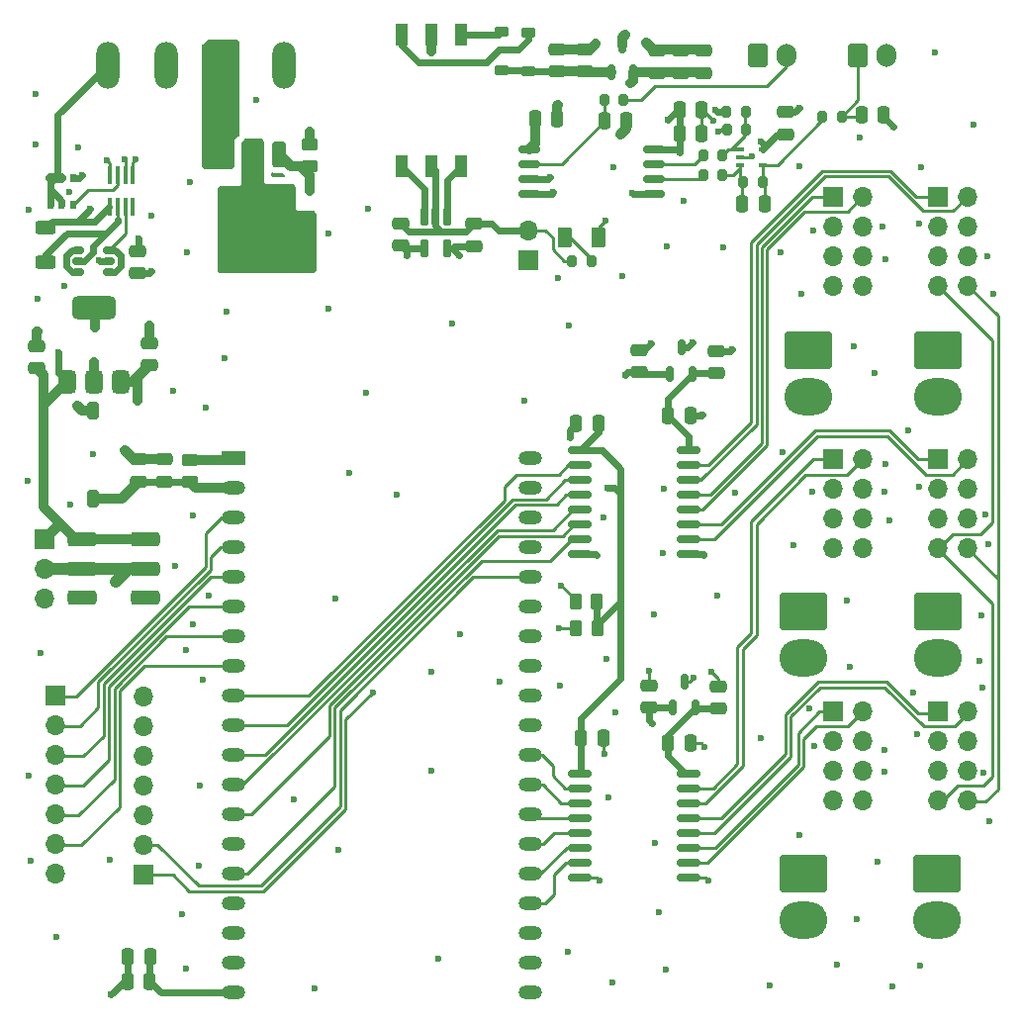
<source format=gtl>
G04 #@! TF.GenerationSoftware,KiCad,Pcbnew,8.0.3-8.0.3-0~ubuntu20.04.1*
G04 #@! TF.CreationDate,2025-01-28T06:04:01-03:00*
G04 #@! TF.ProjectId,hv_pulse_controller,68765f70-756c-4736-955f-636f6e74726f,rev?*
G04 #@! TF.SameCoordinates,Original*
G04 #@! TF.FileFunction,Copper,L1,Top*
G04 #@! TF.FilePolarity,Positive*
%FSLAX46Y46*%
G04 Gerber Fmt 4.6, Leading zero omitted, Abs format (unit mm)*
G04 Created by KiCad (PCBNEW 8.0.3-8.0.3-0~ubuntu20.04.1) date 2025-01-28 06:04:01*
%MOMM*%
%LPD*%
G01*
G04 APERTURE LIST*
G04 Aperture macros list*
%AMRoundRect*
0 Rectangle with rounded corners*
0 $1 Rounding radius*
0 $2 $3 $4 $5 $6 $7 $8 $9 X,Y pos of 4 corners*
0 Add a 4 corners polygon primitive as box body*
4,1,4,$2,$3,$4,$5,$6,$7,$8,$9,$2,$3,0*
0 Add four circle primitives for the rounded corners*
1,1,$1+$1,$2,$3*
1,1,$1+$1,$4,$5*
1,1,$1+$1,$6,$7*
1,1,$1+$1,$8,$9*
0 Add four rect primitives between the rounded corners*
20,1,$1+$1,$2,$3,$4,$5,0*
20,1,$1+$1,$4,$5,$6,$7,0*
20,1,$1+$1,$6,$7,$8,$9,0*
20,1,$1+$1,$8,$9,$2,$3,0*%
G04 Aperture macros list end*
G04 #@! TA.AperFunction,ComponentPad*
%ADD10R,1.700000X1.700000*%
G04 #@! TD*
G04 #@! TA.AperFunction,ComponentPad*
%ADD11O,1.700000X1.700000*%
G04 #@! TD*
G04 #@! TA.AperFunction,SMDPad,CuDef*
%ADD12RoundRect,0.150000X0.150000X-0.512500X0.150000X0.512500X-0.150000X0.512500X-0.150000X-0.512500X0*%
G04 #@! TD*
G04 #@! TA.AperFunction,SMDPad,CuDef*
%ADD13RoundRect,0.200000X-0.200000X-0.275000X0.200000X-0.275000X0.200000X0.275000X-0.200000X0.275000X0*%
G04 #@! TD*
G04 #@! TA.AperFunction,ComponentPad*
%ADD14RoundRect,0.250000X-1.800000X1.330000X-1.800000X-1.330000X1.800000X-1.330000X1.800000X1.330000X0*%
G04 #@! TD*
G04 #@! TA.AperFunction,ComponentPad*
%ADD15O,4.100000X3.160000*%
G04 #@! TD*
G04 #@! TA.AperFunction,SMDPad,CuDef*
%ADD16RoundRect,0.250000X0.475000X-0.250000X0.475000X0.250000X-0.475000X0.250000X-0.475000X-0.250000X0*%
G04 #@! TD*
G04 #@! TA.AperFunction,SMDPad,CuDef*
%ADD17RoundRect,0.250000X-0.250000X-0.475000X0.250000X-0.475000X0.250000X0.475000X-0.250000X0.475000X0*%
G04 #@! TD*
G04 #@! TA.AperFunction,SMDPad,CuDef*
%ADD18RoundRect,0.200000X0.200000X0.275000X-0.200000X0.275000X-0.200000X-0.275000X0.200000X-0.275000X0*%
G04 #@! TD*
G04 #@! TA.AperFunction,SMDPad,CuDef*
%ADD19RoundRect,0.125000X0.125000X-0.125000X0.125000X0.125000X-0.125000X0.125000X-0.125000X-0.125000X0*%
G04 #@! TD*
G04 #@! TA.AperFunction,SMDPad,CuDef*
%ADD20RoundRect,0.250000X0.375000X0.625000X-0.375000X0.625000X-0.375000X-0.625000X0.375000X-0.625000X0*%
G04 #@! TD*
G04 #@! TA.AperFunction,SMDPad,CuDef*
%ADD21RoundRect,0.250000X0.250000X0.475000X-0.250000X0.475000X-0.250000X-0.475000X0.250000X-0.475000X0*%
G04 #@! TD*
G04 #@! TA.AperFunction,SMDPad,CuDef*
%ADD22RoundRect,0.175000X0.325000X0.175000X-0.325000X0.175000X-0.325000X-0.175000X0.325000X-0.175000X0*%
G04 #@! TD*
G04 #@! TA.AperFunction,SMDPad,CuDef*
%ADD23RoundRect,0.225000X0.375000X-0.225000X0.375000X0.225000X-0.375000X0.225000X-0.375000X-0.225000X0*%
G04 #@! TD*
G04 #@! TA.AperFunction,SMDPad,CuDef*
%ADD24RoundRect,0.250000X0.450000X-0.262500X0.450000X0.262500X-0.450000X0.262500X-0.450000X-0.262500X0*%
G04 #@! TD*
G04 #@! TA.AperFunction,SMDPad,CuDef*
%ADD25RoundRect,0.250000X-0.475000X0.250000X-0.475000X-0.250000X0.475000X-0.250000X0.475000X0.250000X0*%
G04 #@! TD*
G04 #@! TA.AperFunction,SMDPad,CuDef*
%ADD26RoundRect,0.150000X-0.750000X-0.150000X0.750000X-0.150000X0.750000X0.150000X-0.750000X0.150000X0*%
G04 #@! TD*
G04 #@! TA.AperFunction,SMDPad,CuDef*
%ADD27RoundRect,0.150000X-0.875000X-0.150000X0.875000X-0.150000X0.875000X0.150000X-0.875000X0.150000X0*%
G04 #@! TD*
G04 #@! TA.AperFunction,SMDPad,CuDef*
%ADD28RoundRect,0.250000X-0.262500X-0.450000X0.262500X-0.450000X0.262500X0.450000X-0.262500X0.450000X0*%
G04 #@! TD*
G04 #@! TA.AperFunction,SMDPad,CuDef*
%ADD29RoundRect,0.312500X0.937500X-0.312500X0.937500X0.312500X-0.937500X0.312500X-0.937500X-0.312500X0*%
G04 #@! TD*
G04 #@! TA.AperFunction,SMDPad,CuDef*
%ADD30RoundRect,0.312500X-0.937500X0.312500X-0.937500X-0.312500X0.937500X-0.312500X0.937500X0.312500X0*%
G04 #@! TD*
G04 #@! TA.AperFunction,SMDPad,CuDef*
%ADD31RoundRect,0.250000X-0.250000X0.500000X-0.250000X-0.500000X0.250000X-0.500000X0.250000X0.500000X0*%
G04 #@! TD*
G04 #@! TA.AperFunction,SMDPad,CuDef*
%ADD32RoundRect,0.100000X-0.225000X-0.100000X0.225000X-0.100000X0.225000X0.100000X-0.225000X0.100000X0*%
G04 #@! TD*
G04 #@! TA.AperFunction,SMDPad,CuDef*
%ADD33RoundRect,0.250000X-0.625000X0.312500X-0.625000X-0.312500X0.625000X-0.312500X0.625000X0.312500X0*%
G04 #@! TD*
G04 #@! TA.AperFunction,SMDPad,CuDef*
%ADD34RoundRect,0.100000X-0.100000X0.680000X-0.100000X-0.680000X0.100000X-0.680000X0.100000X0.680000X0*%
G04 #@! TD*
G04 #@! TA.AperFunction,SMDPad,CuDef*
%ADD35R,0.510000X0.700000*%
G04 #@! TD*
G04 #@! TA.AperFunction,SMDPad,CuDef*
%ADD36R,1.090000X1.830000*%
G04 #@! TD*
G04 #@! TA.AperFunction,SMDPad,CuDef*
%ADD37RoundRect,0.054500X0.490500X-0.860500X0.490500X0.860500X-0.490500X0.860500X-0.490500X-0.860500X0*%
G04 #@! TD*
G04 #@! TA.AperFunction,SMDPad,CuDef*
%ADD38RoundRect,0.250000X-0.350000X0.850000X-0.350000X-0.850000X0.350000X-0.850000X0.350000X0.850000X0*%
G04 #@! TD*
G04 #@! TA.AperFunction,SMDPad,CuDef*
%ADD39RoundRect,0.250000X-1.125000X1.275000X-1.125000X-1.275000X1.125000X-1.275000X1.125000X1.275000X0*%
G04 #@! TD*
G04 #@! TA.AperFunction,SMDPad,CuDef*
%ADD40RoundRect,0.249997X-2.650003X2.950003X-2.650003X-2.950003X2.650003X-2.950003X2.650003X2.950003X0*%
G04 #@! TD*
G04 #@! TA.AperFunction,ComponentPad*
%ADD41O,2.000000X4.000000*%
G04 #@! TD*
G04 #@! TA.AperFunction,SMDPad,CuDef*
%ADD42RoundRect,0.162500X-0.162500X0.617500X-0.162500X-0.617500X0.162500X-0.617500X0.162500X0.617500X0*%
G04 #@! TD*
G04 #@! TA.AperFunction,SMDPad,CuDef*
%ADD43RoundRect,0.250000X-0.450000X0.262500X-0.450000X-0.262500X0.450000X-0.262500X0.450000X0.262500X0*%
G04 #@! TD*
G04 #@! TA.AperFunction,ComponentPad*
%ADD44RoundRect,0.250000X-0.600000X-0.750000X0.600000X-0.750000X0.600000X0.750000X-0.600000X0.750000X0*%
G04 #@! TD*
G04 #@! TA.AperFunction,ComponentPad*
%ADD45O,1.700000X2.000000*%
G04 #@! TD*
G04 #@! TA.AperFunction,SMDPad,CuDef*
%ADD46RoundRect,0.375000X0.375000X-0.625000X0.375000X0.625000X-0.375000X0.625000X-0.375000X-0.625000X0*%
G04 #@! TD*
G04 #@! TA.AperFunction,SMDPad,CuDef*
%ADD47RoundRect,0.500000X1.400000X-0.500000X1.400000X0.500000X-1.400000X0.500000X-1.400000X-0.500000X0*%
G04 #@! TD*
G04 #@! TA.AperFunction,ComponentPad*
%ADD48R,2.000000X1.200000*%
G04 #@! TD*
G04 #@! TA.AperFunction,ComponentPad*
%ADD49O,2.000000X1.200000*%
G04 #@! TD*
G04 #@! TA.AperFunction,ViaPad*
%ADD50C,0.600000*%
G04 #@! TD*
G04 #@! TA.AperFunction,Conductor*
%ADD51C,0.254000*%
G04 #@! TD*
G04 #@! TA.AperFunction,Conductor*
%ADD52C,1.016000*%
G04 #@! TD*
G04 #@! TA.AperFunction,Conductor*
%ADD53C,0.812800*%
G04 #@! TD*
G04 #@! TA.AperFunction,Conductor*
%ADD54C,0.609600*%
G04 #@! TD*
G04 APERTURE END LIST*
D10*
X102500000Y-109820000D03*
D11*
X102500000Y-112360000D03*
X102500000Y-114900000D03*
D12*
X156075000Y-95612500D03*
X157975000Y-95612500D03*
X157025000Y-93337500D03*
D13*
X160875000Y-73200000D03*
X162525000Y-73200000D03*
D14*
X167500000Y-138410000D03*
D15*
X167500000Y-142370000D03*
D16*
X160025000Y-95600000D03*
X160025000Y-93700000D03*
D14*
X167500000Y-116000000D03*
D15*
X167500000Y-119960000D03*
D17*
X162250000Y-81050000D03*
X164150000Y-81050000D03*
D14*
X179000000Y-116000000D03*
D15*
X179000000Y-119960000D03*
D18*
X162575000Y-74700000D03*
X160925000Y-74700000D03*
D10*
X170000000Y-124500000D03*
D11*
X172540000Y-124500000D03*
X170000000Y-127040000D03*
X172540000Y-127040000D03*
X170000000Y-129580000D03*
X172540000Y-129580000D03*
X170000000Y-132120000D03*
X172540000Y-132120000D03*
D19*
X125200000Y-82175000D03*
X125200000Y-79975000D03*
D10*
X170000000Y-80500000D03*
D11*
X172540000Y-80500000D03*
X170000000Y-83040000D03*
X172540000Y-83040000D03*
X170000000Y-85580000D03*
X172540000Y-85580000D03*
X170000000Y-88120000D03*
X172540000Y-88120000D03*
D16*
X165950000Y-75150000D03*
X165950000Y-73250000D03*
D20*
X149900000Y-84000000D03*
X147100000Y-84000000D03*
D18*
X152082500Y-72200000D03*
X150432500Y-72200000D03*
D12*
X156325000Y-124225000D03*
X158225000Y-124225000D03*
X157275000Y-121950000D03*
D16*
X153425000Y-95525000D03*
X153425000Y-93625000D03*
D10*
X143925000Y-85925000D03*
D11*
X143925000Y-83385000D03*
D21*
X111525000Y-147600000D03*
X109625000Y-147600000D03*
D17*
X144482500Y-73800000D03*
X146382500Y-73800000D03*
D16*
X111500000Y-94900000D03*
X111500000Y-93000000D03*
D10*
X179000000Y-80460000D03*
D11*
X181540000Y-80460000D03*
X179000000Y-83000000D03*
X181540000Y-83000000D03*
X179000000Y-85540000D03*
X181540000Y-85540000D03*
X179000000Y-88080000D03*
X181540000Y-88080000D03*
D12*
X151000000Y-69812500D03*
X152900000Y-69812500D03*
X151950000Y-67537500D03*
D13*
X147675000Y-86000000D03*
X149325000Y-86000000D03*
D22*
X108000000Y-86937500D03*
X108000000Y-85987500D03*
X108000000Y-85037500D03*
X105400000Y-85037500D03*
X105400000Y-85987500D03*
X105400000Y-86937500D03*
D23*
X141650000Y-69700000D03*
X141650000Y-66400000D03*
D24*
X114950000Y-104862500D03*
X114950000Y-103037500D03*
D25*
X132980000Y-82750000D03*
X132980000Y-84650000D03*
D18*
X163975000Y-79250000D03*
X162325000Y-79250000D03*
D26*
X144050000Y-76400000D03*
X144050000Y-77670000D03*
X144050000Y-78940000D03*
X144050000Y-80210000D03*
X154700000Y-80210000D03*
X154700000Y-78940000D03*
X154700000Y-77670000D03*
X154700000Y-76400000D03*
D14*
X178895000Y-138410000D03*
D15*
X178895000Y-142370000D03*
D27*
X148350000Y-102210000D03*
X148350000Y-103480000D03*
X148350000Y-104750000D03*
X148350000Y-106020000D03*
X148350000Y-107290000D03*
X148350000Y-108560000D03*
X148350000Y-109830000D03*
X148350000Y-111100000D03*
X157650000Y-111100000D03*
X157650000Y-109830000D03*
X157650000Y-108560000D03*
X157650000Y-107290000D03*
X157650000Y-106020000D03*
X157650000Y-104750000D03*
X157650000Y-103480000D03*
X157650000Y-102210000D03*
D28*
X147962500Y-115150000D03*
X149787500Y-115150000D03*
D16*
X101850000Y-95150000D03*
X101850000Y-93250000D03*
D29*
X111200000Y-114800000D03*
X111200000Y-112300000D03*
X111200000Y-109800000D03*
D30*
X105700000Y-114800000D03*
D29*
X105700000Y-112300000D03*
X105700000Y-109800000D03*
D10*
X179000000Y-124500000D03*
D11*
X181540000Y-124500000D03*
X179000000Y-127040000D03*
X181540000Y-127040000D03*
X179000000Y-129580000D03*
X181540000Y-129580000D03*
X179000000Y-132120000D03*
X181540000Y-132120000D03*
D23*
X143950000Y-69750000D03*
X143950000Y-66450000D03*
D16*
X148775000Y-69775000D03*
X148775000Y-67875000D03*
D21*
X174350000Y-73500000D03*
X172450000Y-73500000D03*
D16*
X110550000Y-104850000D03*
X110550000Y-102950000D03*
X112800000Y-104850000D03*
X112800000Y-102950000D03*
X160175000Y-124275000D03*
X160175000Y-122375000D03*
X146375000Y-69775000D03*
X146375000Y-67875000D03*
D17*
X156850000Y-73055000D03*
X158750000Y-73055000D03*
D31*
X106650000Y-98800000D03*
X106650000Y-106300000D03*
D16*
X154250000Y-124200000D03*
X154250000Y-122300000D03*
D28*
X147987500Y-117425000D03*
X149812500Y-117425000D03*
D10*
X111000000Y-138500000D03*
D11*
X111000000Y-135960000D03*
X111000000Y-133420000D03*
X111000000Y-130880000D03*
X111000000Y-128340000D03*
X111000000Y-125800000D03*
X111000000Y-123260000D03*
D32*
X162050000Y-76450000D03*
X162050000Y-77100000D03*
X162050000Y-77750000D03*
X163950000Y-77750000D03*
X163950000Y-76450000D03*
D25*
X139280000Y-82800000D03*
X139280000Y-84700000D03*
X110450000Y-85150000D03*
X110450000Y-87050000D03*
D33*
X102650000Y-83137500D03*
X102650000Y-86062500D03*
D14*
X167895000Y-93660000D03*
D15*
X167895000Y-97620000D03*
D18*
X170725000Y-73600000D03*
X169075000Y-73600000D03*
D14*
X179000000Y-93660000D03*
D15*
X179000000Y-97620000D03*
D17*
X148450000Y-126850000D03*
X150350000Y-126850000D03*
D10*
X103450000Y-123210000D03*
D11*
X103450000Y-125750000D03*
X103450000Y-128290000D03*
X103450000Y-130830000D03*
X103450000Y-133370000D03*
X103450000Y-135910000D03*
X103450000Y-138450000D03*
D16*
X158900000Y-69900000D03*
X158900000Y-68000000D03*
D34*
X110080000Y-78675000D03*
X109430000Y-78675000D03*
X108770000Y-78675000D03*
X108120000Y-78675000D03*
X108120000Y-81375000D03*
X108770000Y-81375000D03*
X109430000Y-81375000D03*
X110080000Y-81375000D03*
D35*
X103050000Y-81185000D03*
X104000000Y-81185000D03*
X104950000Y-81185000D03*
X104950000Y-78865000D03*
X104000000Y-78865000D03*
X103050000Y-78865000D03*
D10*
X170000000Y-102960000D03*
D11*
X172540000Y-102960000D03*
X170000000Y-105500000D03*
X172540000Y-105500000D03*
X170000000Y-108040000D03*
X172540000Y-108040000D03*
X170000000Y-110580000D03*
X172540000Y-110580000D03*
D36*
X133085000Y-77870000D03*
D37*
X135625000Y-77870000D03*
X138165000Y-77870000D03*
X138165000Y-66630000D03*
X135625000Y-66630000D03*
X133085000Y-66630000D03*
D38*
X122567500Y-76825000D03*
X120287500Y-76825000D03*
D39*
X121812500Y-81450000D03*
X118762500Y-81450000D03*
D40*
X120287500Y-83125000D03*
D39*
X121812500Y-84800000D03*
X118762500Y-84800000D03*
D38*
X118007500Y-76825000D03*
D41*
X118050000Y-69200000D03*
X123050000Y-69200000D03*
D17*
X150432500Y-74000000D03*
X152332500Y-74000000D03*
D42*
X136950000Y-82200000D03*
X136000000Y-82200000D03*
X135050000Y-82200000D03*
X135050000Y-84900000D03*
X136950000Y-84900000D03*
D21*
X111550000Y-145550000D03*
X109650000Y-145550000D03*
D16*
X154900000Y-69900000D03*
X154900000Y-68000000D03*
D17*
X155900000Y-127250000D03*
X157800000Y-127250000D03*
D13*
X158875000Y-78650000D03*
X160525000Y-78650000D03*
D10*
X179000000Y-102960000D03*
D11*
X181540000Y-102960000D03*
X179000000Y-105500000D03*
X181540000Y-105500000D03*
X179000000Y-108040000D03*
X181540000Y-108040000D03*
X179000000Y-110580000D03*
X181540000Y-110580000D03*
D17*
X155875000Y-99210000D03*
X157775000Y-99210000D03*
D43*
X125200000Y-76012500D03*
X125200000Y-77837500D03*
D44*
X163550000Y-68400000D03*
D45*
X166050000Y-68400000D03*
D17*
X156850000Y-75055000D03*
X158750000Y-75055000D03*
D46*
X104450000Y-96300000D03*
X106750000Y-96300000D03*
D47*
X106750000Y-90000000D03*
D46*
X109050000Y-96300000D03*
D21*
X149900000Y-99900000D03*
X148000000Y-99900000D03*
D44*
X172100000Y-68375000D03*
D45*
X174600000Y-68375000D03*
D16*
X156925000Y-69900000D03*
X156925000Y-68000000D03*
D48*
X118725000Y-102871560D03*
D49*
X118725000Y-105411560D03*
X118725000Y-107951560D03*
X118725000Y-110491560D03*
X118725000Y-113031560D03*
X118725000Y-115571560D03*
X118725000Y-118111560D03*
X118725000Y-120651560D03*
X118725000Y-123191560D03*
X118725000Y-125731560D03*
X118725000Y-128271560D03*
X118725000Y-130811560D03*
X118725000Y-133351560D03*
X118725000Y-135891560D03*
X118725000Y-138431560D03*
X118725000Y-140971560D03*
X118725000Y-143511560D03*
X118725000Y-146051560D03*
X118725000Y-148591560D03*
X144121320Y-148588840D03*
X144121320Y-146048840D03*
X144125000Y-143511560D03*
X144125000Y-140971560D03*
X144125000Y-138431560D03*
X144125000Y-135891560D03*
X144125000Y-133351560D03*
X144125000Y-130811560D03*
X144125000Y-128271560D03*
X144125000Y-125731560D03*
X144125000Y-123191560D03*
X144125000Y-120651560D03*
X144125000Y-118111560D03*
X144125000Y-115571560D03*
X144125000Y-113031560D03*
X144125000Y-110491560D03*
X144125000Y-107951560D03*
X144125000Y-105411560D03*
X144125000Y-102871560D03*
D13*
X158875000Y-76950000D03*
X160525000Y-76950000D03*
D27*
X148350000Y-129860000D03*
X148350000Y-131130000D03*
X148350000Y-132400000D03*
X148350000Y-133670000D03*
X148350000Y-134940000D03*
X148350000Y-136210000D03*
X148350000Y-137480000D03*
X148350000Y-138750000D03*
X157650000Y-138750000D03*
X157650000Y-137480000D03*
X157650000Y-136210000D03*
X157650000Y-134940000D03*
X157650000Y-133670000D03*
X157650000Y-132400000D03*
X157650000Y-131130000D03*
X157650000Y-129860000D03*
D41*
X107900000Y-69200000D03*
X112900000Y-69200000D03*
D50*
X163800000Y-75750000D03*
X156850000Y-76650000D03*
X155850000Y-73900000D03*
X159950000Y-73050000D03*
X127700000Y-136400000D03*
X152850000Y-80200000D03*
X107850000Y-77350000D03*
X177469056Y-146323561D03*
X128600000Y-104100000D03*
X150500000Y-82500000D03*
X115700000Y-137700000D03*
X151200000Y-78000000D03*
X106650000Y-102550000D03*
X147300000Y-145100000D03*
X183300000Y-110200000D03*
X116300000Y-98500000D03*
X151400000Y-124600000D03*
X172300000Y-75400000D03*
X152000000Y-87300000D03*
X115200000Y-107800000D03*
X175100000Y-148100000D03*
X138100000Y-117900000D03*
X150800000Y-131900000D03*
X183400000Y-133900000D03*
X101800000Y-71700000D03*
X101300000Y-137300000D03*
X136200000Y-145700000D03*
X182900000Y-129800000D03*
X183000000Y-107700000D03*
X182000000Y-74300000D03*
X132700000Y-106000000D03*
X170300000Y-146200000D03*
X138000000Y-85500000D03*
X114600000Y-146500000D03*
X127400000Y-114900000D03*
X116600000Y-114600000D03*
X104700000Y-106800000D03*
X174400000Y-129700000D03*
X103500000Y-143800000D03*
X111700000Y-86850000D03*
X106750000Y-94600000D03*
X149800000Y-111175000D03*
X106800000Y-91700000D03*
X125600000Y-148200000D03*
X147450000Y-101100000D03*
X133500000Y-85500000D03*
X146500000Y-87400000D03*
X104200000Y-88100000D03*
X159750000Y-74000000D03*
X102200000Y-119500000D03*
X116100000Y-121800000D03*
X108100000Y-137200000D03*
X123900000Y-132100000D03*
X104600000Y-80100000D03*
X146600000Y-122300000D03*
X105400000Y-76300000D03*
X101800000Y-76000000D03*
X167100000Y-72850000D03*
X114300000Y-141900000D03*
X150400000Y-107900000D03*
X135600000Y-121100000D03*
X101200000Y-81600000D03*
X101900000Y-89200000D03*
X155700000Y-146600000D03*
X101200000Y-130000000D03*
X178700000Y-68100000D03*
X183200000Y-85600000D03*
X115800000Y-130900000D03*
X113700000Y-112100000D03*
X174800000Y-108200000D03*
X130200000Y-81500000D03*
X150000000Y-139000000D03*
X111700000Y-82100000D03*
X174500000Y-85800000D03*
X110350000Y-77300000D03*
X114600000Y-119300000D03*
X101900000Y-92000000D03*
X163100000Y-77000000D03*
X150600000Y-120000000D03*
X141500000Y-122000000D03*
X109400000Y-102200000D03*
X111500000Y-91500000D03*
X151100000Y-147700000D03*
X135600000Y-129600000D03*
X164600000Y-148000000D03*
X175200000Y-74450000D03*
X150425000Y-128125000D03*
X101100000Y-104800000D03*
X160150000Y-74900000D03*
X108200000Y-148775000D03*
X157200000Y-80800000D03*
X183700000Y-88800000D03*
X115200000Y-117100000D03*
X105300000Y-98400000D03*
X113550000Y-97100000D03*
X146500000Y-72600000D03*
X152200000Y-66650000D03*
X146050000Y-80100000D03*
X154000000Y-67300000D03*
X151775000Y-75175000D03*
X135650000Y-68050000D03*
X149700000Y-67400000D03*
X152650000Y-70800000D03*
X145800000Y-78800000D03*
X110550000Y-84050000D03*
X103750000Y-93750000D03*
X107200000Y-85950000D03*
X109400000Y-77250000D03*
X150700000Y-105350000D03*
X110500000Y-97900000D03*
X114700000Y-85200000D03*
X160600000Y-84800000D03*
X173800000Y-137400000D03*
X159600000Y-121150000D03*
X174500000Y-103400000D03*
X171800000Y-93300000D03*
X182500000Y-120200000D03*
X117900000Y-94300000D03*
X171400000Y-120700000D03*
X163800000Y-126800000D03*
X176400000Y-100500000D03*
X154700000Y-116200000D03*
X126800000Y-83600000D03*
X182800000Y-122500000D03*
X155400000Y-111000000D03*
X160100000Y-114600000D03*
X172000000Y-142300000D03*
X168200000Y-105700000D03*
X173600000Y-95600000D03*
X137400000Y-91300000D03*
X126800000Y-90100000D03*
X154425000Y-93000000D03*
X168400000Y-127500000D03*
X165700000Y-102300000D03*
X155800000Y-84700000D03*
X158800000Y-99150000D03*
X167100000Y-135100000D03*
X159350000Y-139000000D03*
X158950000Y-111125000D03*
X161325000Y-93550000D03*
X125200000Y-74925000D03*
X157950000Y-92950000D03*
X174400000Y-105700000D03*
X118100000Y-90300000D03*
X177400000Y-105300000D03*
X174260000Y-83040000D03*
X155500000Y-105500000D03*
X177400000Y-82800000D03*
X161600000Y-105800000D03*
X120600000Y-72200000D03*
X155100000Y-141700000D03*
X154250000Y-121050000D03*
X165500000Y-85200000D03*
X166600000Y-110300000D03*
X177500000Y-78000000D03*
X176900000Y-122900000D03*
X177200000Y-126500000D03*
X182700000Y-116300000D03*
X143600000Y-97900000D03*
X167100000Y-77900000D03*
X174400000Y-127800000D03*
X159000000Y-127550000D03*
X158050000Y-121650000D03*
X171200000Y-115000000D03*
X168000000Y-124300000D03*
X154800000Y-135800000D03*
X115000000Y-79200000D03*
X147400000Y-91500000D03*
X168300000Y-83400000D03*
X130000000Y-97300000D03*
X167300000Y-88800000D03*
X120625000Y-85800000D03*
X119450000Y-85775000D03*
X124300000Y-84800000D03*
X124200000Y-86500000D03*
X154500000Y-125500000D03*
X125200000Y-86500000D03*
X152200000Y-95725000D03*
X125200000Y-83800000D03*
X124300000Y-85600000D03*
X124300000Y-83800000D03*
X122025000Y-85800000D03*
X125200000Y-84800000D03*
X125200000Y-85600000D03*
X118300000Y-85800000D03*
X108600000Y-113400000D03*
X146550000Y-117425000D03*
X146750000Y-113750000D03*
X130600000Y-122900000D03*
X106450000Y-81500000D03*
X105700000Y-78650000D03*
D51*
X103000000Y-125800000D02*
X105550000Y-125800000D01*
X107134000Y-124216000D02*
X107134000Y-121997788D01*
X107134000Y-121997788D02*
X116754000Y-112377788D01*
X117608440Y-110491560D02*
X118725000Y-110491560D01*
X105550000Y-125800000D02*
X107134000Y-124216000D01*
X116754000Y-112377788D02*
X116754000Y-111346000D01*
X116754000Y-111346000D02*
X117608440Y-110491560D01*
X103000000Y-123260000D02*
X105229736Y-123260000D01*
X105229736Y-123260000D02*
X116300000Y-112189736D01*
X116300000Y-112189736D02*
X116300000Y-109300000D01*
X116300000Y-109300000D02*
X117648440Y-107951560D01*
X117648440Y-107951560D02*
X118725000Y-107951560D01*
X103000000Y-128340000D02*
X105860000Y-128340000D01*
X105860000Y-128340000D02*
X107588000Y-126612000D01*
X107588000Y-126612000D02*
X107588000Y-122185842D01*
X107588000Y-122185842D02*
X116742282Y-113031560D01*
X116742282Y-113031560D02*
X118725000Y-113031560D01*
X103000000Y-130880000D02*
X105820000Y-130880000D01*
X108042000Y-128658000D02*
X108042000Y-122373895D01*
X105820000Y-130880000D02*
X108042000Y-128658000D01*
X108042000Y-122373895D02*
X114844335Y-115571560D01*
X114844335Y-115571560D02*
X118725000Y-115571560D01*
X103000000Y-133420000D02*
X105430000Y-133420000D01*
X105430000Y-133420000D02*
X108496000Y-130354000D01*
X108496000Y-130354000D02*
X108496000Y-122561948D01*
X108496000Y-122561948D02*
X112946388Y-118111560D01*
X112946388Y-118111560D02*
X118725000Y-118111560D01*
X118725000Y-120651560D02*
X111048440Y-120651560D01*
X111048440Y-120651560D02*
X108950000Y-122750000D01*
X108950000Y-122750000D02*
X108950000Y-132700000D01*
X108950000Y-132700000D02*
X105690000Y-135960000D01*
X105690000Y-135960000D02*
X103000000Y-135960000D01*
D52*
X111200000Y-112300000D02*
X109700000Y-112300000D01*
X109700000Y-112300000D02*
X108600000Y-113400000D01*
X105700000Y-112300000D02*
X111200000Y-112300000D01*
X102500000Y-112360000D02*
X105640000Y-112360000D01*
X105640000Y-112360000D02*
X105700000Y-112300000D01*
D53*
X103659078Y-108240922D02*
X102450000Y-107031844D01*
X105218156Y-109800000D02*
X103659078Y-108240922D01*
X103659078Y-108240922D02*
X103659078Y-108660922D01*
X103659078Y-108660922D02*
X102500000Y-109820000D01*
X105700000Y-109800000D02*
X105218156Y-109800000D01*
X102450000Y-107031844D02*
X102450000Y-98300000D01*
X105300000Y-109800000D02*
X111200000Y-109800000D01*
D54*
X136500000Y-83484800D02*
X138595200Y-83484800D01*
X156850000Y-73055000D02*
X156695000Y-73055000D01*
D51*
X147675000Y-86000000D02*
X147000000Y-86000000D01*
D54*
X164300000Y-76100000D02*
X164150000Y-76100000D01*
X132980000Y-82750000D02*
X133714800Y-83484800D01*
X156695000Y-73055000D02*
X155850000Y-73900000D01*
X156600000Y-76400000D02*
X156850000Y-76650000D01*
X156850000Y-76650000D02*
X156850000Y-75055000D01*
X136000000Y-82200000D02*
X136000000Y-78245000D01*
D51*
X146000000Y-84000000D02*
X145385000Y-83385000D01*
D54*
X136000000Y-82984800D02*
X136500000Y-83484800D01*
X138595200Y-83484800D02*
X138610400Y-83500000D01*
X136000000Y-82200000D02*
X136000000Y-82984800D01*
X160100000Y-73200000D02*
X159950000Y-73050000D01*
X141385000Y-83385000D02*
X140800000Y-82800000D01*
X164350000Y-76050000D02*
X163950000Y-76450000D01*
D51*
X146000000Y-85000000D02*
X146000000Y-84000000D01*
D54*
X164350000Y-76050000D02*
X164300000Y-76100000D01*
X165950000Y-75150000D02*
X165250000Y-75150000D01*
X143925000Y-83385000D02*
X141385000Y-83385000D01*
X165250000Y-75150000D02*
X164350000Y-76050000D01*
X138595200Y-83484800D02*
X139280000Y-82800000D01*
X136000000Y-78245000D02*
X135625000Y-77870000D01*
X140800000Y-82800000D02*
X139280000Y-82800000D01*
X160875000Y-73200000D02*
X160100000Y-73200000D01*
X154700000Y-76400000D02*
X156600000Y-76400000D01*
D51*
X147000000Y-86000000D02*
X146000000Y-85000000D01*
D54*
X133714800Y-83484800D02*
X136500000Y-83484800D01*
D51*
X145385000Y-83385000D02*
X143925000Y-83385000D01*
D54*
X156850000Y-75055000D02*
X156850000Y-73055000D01*
X164150000Y-76100000D02*
X163800000Y-75750000D01*
D51*
X158805000Y-73055000D02*
X159750000Y-74000000D01*
D54*
X139280000Y-84700000D02*
X137600000Y-84700000D01*
X149725000Y-111100000D02*
X149800000Y-111175000D01*
X109625000Y-147600000D02*
X109375000Y-147600000D01*
D53*
X106800000Y-90050000D02*
X106750000Y-90000000D01*
D54*
X148350000Y-111100000D02*
X149725000Y-111100000D01*
X132980000Y-84650000D02*
X133500000Y-85170000D01*
X147450000Y-101100000D02*
X147450000Y-100450000D01*
D51*
X107850000Y-77350000D02*
X108120000Y-77620000D01*
X162050000Y-77100000D02*
X163000000Y-77100000D01*
X110350000Y-77300000D02*
X110100000Y-77550000D01*
D54*
X109650000Y-145550000D02*
X109650000Y-147575000D01*
D53*
X110150000Y-102950000D02*
X109400000Y-102200000D01*
D51*
X160150000Y-74900000D02*
X160275000Y-74900000D01*
D53*
X101850000Y-92050000D02*
X101900000Y-92000000D01*
D54*
X135050000Y-84900000D02*
X133230000Y-84900000D01*
D51*
X158750000Y-73055000D02*
X158805000Y-73055000D01*
D53*
X105700000Y-98800000D02*
X106650000Y-98800000D01*
D51*
X160275000Y-74900000D02*
X160525000Y-74650000D01*
D54*
X154700000Y-80210000D02*
X152860000Y-80210000D01*
X137600000Y-84700000D02*
X137400000Y-84900000D01*
X152860000Y-80210000D02*
X152850000Y-80200000D01*
X110450000Y-87050000D02*
X111500000Y-87050000D01*
D53*
X105300000Y-98400000D02*
X105700000Y-98800000D01*
X112800000Y-102950000D02*
X110550000Y-102950000D01*
D54*
X133230000Y-84900000D02*
X132980000Y-84650000D01*
D51*
X110100000Y-78655000D02*
X110080000Y-78675000D01*
X150350000Y-126850000D02*
X150350000Y-128050000D01*
D53*
X106750000Y-96300000D02*
X106750000Y-94600000D01*
D54*
X133500000Y-85170000D02*
X133500000Y-85500000D01*
D51*
X163000000Y-77100000D02*
X163100000Y-77000000D01*
X149750000Y-138750000D02*
X150000000Y-139000000D01*
X148350000Y-138750000D02*
X149750000Y-138750000D01*
D54*
X109650000Y-147575000D02*
X109625000Y-147600000D01*
X165800000Y-73250000D02*
X166700000Y-73250000D01*
X166700000Y-73250000D02*
X167100000Y-72850000D01*
D53*
X106800000Y-91700000D02*
X106800000Y-90050000D01*
D51*
X150350000Y-128050000D02*
X150425000Y-128125000D01*
X110100000Y-77550000D02*
X110100000Y-78655000D01*
D53*
X110550000Y-102950000D02*
X110150000Y-102950000D01*
D54*
X136950000Y-84900000D02*
X137400000Y-84900000D01*
X109375000Y-147600000D02*
X108200000Y-148775000D01*
X147450000Y-100450000D02*
X148000000Y-99900000D01*
X137400000Y-84900000D02*
X138000000Y-85500000D01*
D51*
X158750000Y-75055000D02*
X158750000Y-73055000D01*
X150500000Y-82500000D02*
X149900000Y-83100000D01*
D54*
X174350000Y-73500000D02*
X174350000Y-73600000D01*
X174350000Y-73600000D02*
X175200000Y-74450000D01*
D53*
X101850000Y-93250000D02*
X101850000Y-92050000D01*
D51*
X108120000Y-77620000D02*
X108120000Y-78675000D01*
D54*
X111500000Y-87050000D02*
X111700000Y-86850000D01*
D53*
X111500000Y-91500000D02*
X111500000Y-93000000D01*
X149225000Y-67875000D02*
X149700000Y-67400000D01*
X146375000Y-67875000D02*
X148775000Y-67875000D01*
X151950000Y-66900000D02*
X152200000Y-66650000D01*
X158900000Y-68000000D02*
X158800000Y-67900000D01*
X158800000Y-67900000D02*
X154600000Y-67900000D01*
X135625000Y-68025000D02*
X135650000Y-68050000D01*
X135625000Y-66630000D02*
X135625000Y-68025000D01*
X146382500Y-73800000D02*
X146382500Y-72717500D01*
X146382500Y-72717500D02*
X146500000Y-72600000D01*
D54*
X145940000Y-80210000D02*
X144050000Y-80210000D01*
D53*
X152332500Y-74617500D02*
X152332500Y-74000000D01*
X151775000Y-75175000D02*
X152332500Y-74617500D01*
X151950000Y-67537500D02*
X151950000Y-66900000D01*
X154600000Y-67900000D02*
X154000000Y-67300000D01*
X148775000Y-67875000D02*
X149225000Y-67875000D01*
D54*
X146050000Y-80100000D02*
X145940000Y-80210000D01*
D53*
X152900000Y-70550000D02*
X152650000Y-70800000D01*
X154887500Y-69812500D02*
X152900000Y-69812500D01*
X152900000Y-69812500D02*
X152900000Y-70550000D01*
X158800000Y-69800000D02*
X154900000Y-69800000D01*
D54*
X144050000Y-78940000D02*
X145660000Y-78940000D01*
D53*
X154900000Y-69800000D02*
X154887500Y-69812500D01*
D54*
X145660000Y-78940000D02*
X145800000Y-78800000D01*
D53*
X158900000Y-69900000D02*
X158800000Y-69800000D01*
X144482500Y-75967500D02*
X144050000Y-76400000D01*
X144482500Y-73800000D02*
X144482500Y-75967500D01*
D54*
X146350000Y-69750000D02*
X146375000Y-69775000D01*
D53*
X148775000Y-69775000D02*
X146375000Y-69775000D01*
D54*
X143900000Y-69700000D02*
X143950000Y-69750000D01*
X143950000Y-69750000D02*
X146350000Y-69750000D01*
D53*
X151000000Y-69812500D02*
X148812500Y-69812500D01*
D54*
X141650000Y-69700000D02*
X143900000Y-69700000D01*
D53*
X148812500Y-69812500D02*
X148775000Y-69775000D01*
D51*
X150432500Y-74000000D02*
X146762500Y-77670000D01*
X150432500Y-72200000D02*
X150432500Y-74000000D01*
X146762500Y-77670000D02*
X144050000Y-77670000D01*
X163975000Y-79250000D02*
X163975000Y-77775000D01*
X165250000Y-77750000D02*
X169075000Y-73925000D01*
X163950000Y-77750000D02*
X165250000Y-77750000D01*
X164150000Y-81050000D02*
X164150000Y-79425000D01*
X169075000Y-73925000D02*
X169075000Y-73600000D01*
X164150000Y-79425000D02*
X163975000Y-79250000D01*
X163975000Y-77775000D02*
X163950000Y-77750000D01*
X160525000Y-78650000D02*
X161450000Y-78650000D01*
X162250000Y-79325000D02*
X162325000Y-79250000D01*
X162050000Y-78975000D02*
X162325000Y-79250000D01*
X162250000Y-81050000D02*
X162250000Y-79325000D01*
X161450000Y-78650000D02*
X162050000Y-78050000D01*
X162050000Y-78050000D02*
X162050000Y-77750000D01*
X162050000Y-77750000D02*
X162050000Y-78975000D01*
X172100000Y-72225000D02*
X170725000Y-73600000D01*
X172100000Y-68375000D02*
X172100000Y-72225000D01*
X172350000Y-73600000D02*
X172450000Y-73500000D01*
X170725000Y-73600000D02*
X172350000Y-73600000D01*
D54*
X110550000Y-85050000D02*
X110450000Y-85150000D01*
X110550000Y-84050000D02*
X110550000Y-85050000D01*
D53*
X102450000Y-95750000D02*
X102450000Y-98300000D01*
D51*
X109430000Y-78675000D02*
X109430000Y-77280000D01*
X109430000Y-77280000D02*
X109400000Y-77250000D01*
D53*
X104450000Y-96300000D02*
X102450000Y-98300000D01*
D54*
X108000000Y-85987500D02*
X107237500Y-85987500D01*
X103750000Y-95600000D02*
X104450000Y-96300000D01*
X103750000Y-93750000D02*
X103750000Y-95600000D01*
D53*
X101850000Y-95150000D02*
X102450000Y-95750000D01*
D54*
X107237500Y-85987500D02*
X107200000Y-85950000D01*
X151775000Y-121750000D02*
X148450000Y-125075000D01*
X148450000Y-129760000D02*
X148350000Y-129860000D01*
X148450000Y-126850000D02*
X148450000Y-129760000D01*
X150235000Y-102210000D02*
X151775000Y-103750000D01*
X151775000Y-105850000D02*
X151775000Y-115100000D01*
X149787500Y-117400000D02*
X149812500Y-117425000D01*
D53*
X110500000Y-95900000D02*
X111500000Y-94900000D01*
X110100000Y-96300000D02*
X110500000Y-95900000D01*
D54*
X150700000Y-105350000D02*
X151275000Y-105350000D01*
X148350000Y-102210000D02*
X150235000Y-102210000D01*
X149900000Y-99900000D02*
X149900000Y-100660000D01*
X149787500Y-115150000D02*
X149787500Y-117400000D01*
X149900000Y-100660000D02*
X148350000Y-102210000D01*
X149812500Y-117062500D02*
X151775000Y-115100000D01*
X148450000Y-125075000D02*
X148450000Y-126850000D01*
X151275000Y-105350000D02*
X151775000Y-105850000D01*
X151775000Y-115100000D02*
X151775000Y-121750000D01*
D53*
X110500000Y-95900000D02*
X110500000Y-97900000D01*
D54*
X151775000Y-103750000D02*
X151775000Y-105850000D01*
X149812500Y-117425000D02*
X149812500Y-117062500D01*
D53*
X109050000Y-96300000D02*
X110100000Y-96300000D01*
D54*
X157775000Y-99210000D02*
X158740000Y-99210000D01*
D51*
X154250000Y-122300000D02*
X154250000Y-121050000D01*
X157650000Y-138750000D02*
X159100000Y-138750000D01*
X158700000Y-127250000D02*
X159000000Y-127550000D01*
X159100000Y-138750000D02*
X159350000Y-139000000D01*
D54*
X157562500Y-93337500D02*
X157950000Y-92950000D01*
X153425000Y-93625000D02*
X153800000Y-93625000D01*
D51*
X160175000Y-121725000D02*
X159600000Y-121150000D01*
X157750000Y-121950000D02*
X158050000Y-121650000D01*
D54*
X157650000Y-111100000D02*
X158925000Y-111100000D01*
X160025000Y-93700000D02*
X161175000Y-93700000D01*
D51*
X160175000Y-122375000D02*
X160175000Y-121725000D01*
X157275000Y-121950000D02*
X157750000Y-121950000D01*
X157800000Y-127250000D02*
X158700000Y-127250000D01*
D53*
X125200000Y-76012500D02*
X125200000Y-74925000D01*
D54*
X158925000Y-111100000D02*
X158950000Y-111125000D01*
X157025000Y-93337500D02*
X157562500Y-93337500D01*
X158740000Y-99210000D02*
X158800000Y-99150000D01*
X153800000Y-93625000D02*
X154425000Y-93000000D01*
X161175000Y-93700000D02*
X161325000Y-93550000D01*
X154250000Y-125250000D02*
X154250000Y-124200000D01*
X153512500Y-95612500D02*
X153425000Y-95525000D01*
X156325000Y-124225000D02*
X154275000Y-124225000D01*
X124437500Y-82175000D02*
X121812500Y-84800000D01*
X154500000Y-125500000D02*
X154250000Y-125250000D01*
D53*
X120287500Y-76825000D02*
X120287500Y-83125000D01*
D54*
X125200000Y-82175000D02*
X124437500Y-82175000D01*
X156075000Y-95612500D02*
X153512500Y-95612500D01*
X152400000Y-95525000D02*
X152200000Y-95725000D01*
X153425000Y-95525000D02*
X152400000Y-95525000D01*
X154275000Y-124225000D02*
X154250000Y-124200000D01*
X157650000Y-129860000D02*
X157410000Y-129860000D01*
X160175000Y-124275000D02*
X158275000Y-124275000D01*
X155900000Y-127250000D02*
X155900000Y-126550000D01*
X155900000Y-128350000D02*
X155900000Y-127250000D01*
X155900000Y-126550000D02*
X158225000Y-124225000D01*
X157410000Y-129860000D02*
X155900000Y-128350000D01*
X158275000Y-124275000D02*
X158225000Y-124225000D01*
X155875000Y-98225000D02*
X155875000Y-99210000D01*
X157650000Y-102210000D02*
X157650000Y-100985000D01*
X157650000Y-100985000D02*
X155875000Y-99210000D01*
X160025000Y-95600000D02*
X157987500Y-95600000D01*
X157975000Y-95612500D02*
X155850000Y-97737500D01*
X155850000Y-97737500D02*
X155850000Y-98200000D01*
X155850000Y-98200000D02*
X155875000Y-98225000D01*
X157987500Y-95600000D02*
X157975000Y-95612500D01*
D53*
X118713440Y-105400000D02*
X115487500Y-105400000D01*
X118725000Y-105411560D02*
X118713440Y-105400000D01*
X106650000Y-106300000D02*
X109100000Y-106300000D01*
X115487500Y-105400000D02*
X114950000Y-104862500D01*
D54*
X112800000Y-104850000D02*
X110550000Y-104850000D01*
X112812500Y-104862500D02*
X112800000Y-104850000D01*
X114950000Y-104862500D02*
X112812500Y-104862500D01*
D53*
X109100000Y-106300000D02*
X110550000Y-104850000D01*
D54*
X112516560Y-148591560D02*
X111525000Y-147600000D01*
X111525000Y-147600000D02*
X111525000Y-145575000D01*
X118725000Y-148591560D02*
X112516560Y-148591560D01*
X111525000Y-145575000D02*
X111550000Y-145550000D01*
X133085000Y-66630000D02*
X133085000Y-67544999D01*
X141400000Y-67900000D02*
X143100000Y-67900000D01*
X134501201Y-68961200D02*
X140338800Y-68961200D01*
X143950000Y-67050000D02*
X143950000Y-66450000D01*
X140338800Y-68961200D02*
X141400000Y-67900000D01*
X143100000Y-67900000D02*
X143950000Y-67050000D01*
X133085000Y-67544999D02*
X134501201Y-68961200D01*
X141420000Y-66630000D02*
X141650000Y-66400000D01*
X138165000Y-66630000D02*
X141420000Y-66630000D01*
D53*
X122567500Y-76825000D02*
X123580000Y-77837500D01*
X125200000Y-78637500D02*
X124400000Y-77837500D01*
X123580000Y-77837500D02*
X124400000Y-77837500D01*
X124400000Y-77837500D02*
X125200000Y-77837500D01*
X125200000Y-79975000D02*
X125200000Y-78637500D01*
D51*
X159720000Y-131130000D02*
X161825000Y-129025000D01*
X161825000Y-119025000D02*
X163000000Y-117850000D01*
X161825000Y-129025000D02*
X161825000Y-119025000D01*
X163000000Y-108300000D02*
X168340000Y-102960000D01*
X157650000Y-131130000D02*
X159720000Y-131130000D01*
X163000000Y-117850000D02*
X163000000Y-108300000D01*
X168340000Y-102960000D02*
X170000000Y-102960000D01*
X162279000Y-119213052D02*
X163454000Y-118038052D01*
X167642052Y-104300000D02*
X171200000Y-104300000D01*
X171200000Y-104300000D02*
X172540000Y-102960000D01*
X163454000Y-118038052D02*
X163454000Y-108488052D01*
X159092053Y-132400000D02*
X162279000Y-129213053D01*
X162279000Y-129213053D02*
X162279000Y-119213052D01*
X163454000Y-108488052D02*
X167642052Y-104300000D01*
X157650000Y-132400000D02*
X159092053Y-132400000D01*
X183017081Y-132270000D02*
X184104000Y-131183081D01*
X184104000Y-113184000D02*
X181540000Y-110620000D01*
X184104000Y-90684000D02*
X181540000Y-88120000D01*
X146550000Y-117425000D02*
X147987500Y-117425000D01*
X181815000Y-132270000D02*
X183017081Y-132270000D01*
X184104000Y-131183081D02*
X184104000Y-113184000D01*
X184104000Y-113184000D02*
X184104000Y-90684000D01*
X147962500Y-114962500D02*
X146750000Y-113750000D01*
X183650000Y-130100000D02*
X183650000Y-115270000D01*
X183650000Y-92770000D02*
X179000000Y-88120000D01*
X182650000Y-109350000D02*
X183650000Y-108350000D01*
X147962500Y-115150000D02*
X147962500Y-114962500D01*
X179275000Y-132270000D02*
X180695000Y-130850000D01*
X182900000Y-130850000D02*
X183650000Y-130100000D01*
X180270000Y-109350000D02*
X182650000Y-109350000D01*
X180695000Y-130850000D02*
X182900000Y-130850000D01*
X183650000Y-108350000D02*
X183650000Y-92770000D01*
X183650000Y-115270000D02*
X179000000Y-110620000D01*
X179000000Y-110620000D02*
X180270000Y-109350000D01*
X181540000Y-124700000D02*
X180415000Y-125825000D01*
X180415000Y-125825000D02*
X177771000Y-125825000D01*
X168888052Y-122454000D02*
X166354000Y-124988052D01*
X177771000Y-125825000D02*
X174400000Y-122454000D01*
X174400000Y-122454000D02*
X168888052Y-122454000D01*
X166354000Y-124988052D02*
X166354000Y-128388052D01*
X166354000Y-128388052D02*
X159802052Y-134940000D01*
X159802052Y-134940000D02*
X157650000Y-134940000D01*
X179000000Y-124700000D02*
X177288052Y-124700000D01*
X168700000Y-122000000D02*
X165900000Y-124800000D01*
X165900000Y-124800000D02*
X165900000Y-128200000D01*
X160430000Y-133670000D02*
X157650000Y-133670000D01*
X174588052Y-122000000D02*
X168700000Y-122000000D01*
X165900000Y-128200000D02*
X160430000Y-133670000D01*
X177288052Y-124700000D02*
X174588052Y-122000000D01*
X171240000Y-125800000D02*
X168550000Y-125800000D01*
X159262052Y-137480000D02*
X157650000Y-137480000D01*
X172540000Y-124500000D02*
X171240000Y-125800000D01*
X167454000Y-129288052D02*
X159262052Y-137480000D01*
X167454000Y-126896000D02*
X167454000Y-129288052D01*
X168550000Y-125800000D02*
X167454000Y-126896000D01*
X168850000Y-124500000D02*
X170000000Y-124500000D01*
X167000000Y-126350000D02*
X168850000Y-124500000D01*
X157650000Y-136210000D02*
X159890000Y-136210000D01*
X167000000Y-129100000D02*
X167000000Y-126350000D01*
X159890000Y-136210000D02*
X167000000Y-129100000D01*
X174828052Y-100500000D02*
X177288052Y-102960000D01*
X168499999Y-100500000D02*
X174828052Y-100500000D01*
X157650000Y-108560000D02*
X160440000Y-108560000D01*
X160440000Y-108560000D02*
X168234052Y-100765947D01*
X168234052Y-100765947D02*
X168499999Y-100500000D01*
X177288052Y-102960000D02*
X179000000Y-102960000D01*
X168688052Y-100954000D02*
X174640000Y-100954000D01*
X177936000Y-104250000D02*
X180250000Y-104250000D01*
X180250000Y-104250000D02*
X181540000Y-102960000D01*
X157650000Y-109830000D02*
X159812052Y-109830000D01*
X159812052Y-109830000D02*
X168688052Y-100954000D01*
X174640000Y-100954000D02*
X177936000Y-104250000D01*
X163908000Y-84776104D02*
X168184104Y-80500000D01*
X169250000Y-80500000D02*
X170000000Y-80500000D01*
X163908000Y-101599948D02*
X163908000Y-84776104D01*
X168184104Y-80500000D02*
X169960000Y-80500000D01*
X159487948Y-106020000D02*
X163908000Y-101599948D01*
X157650000Y-106020000D02*
X159487948Y-106020000D01*
X157650000Y-107290000D02*
X158860000Y-107290000D01*
X164362000Y-84964156D02*
X167576156Y-81750000D01*
X164362000Y-101788000D02*
X164362000Y-84964156D01*
X167576156Y-81750000D02*
X171250000Y-81750000D01*
X171250000Y-81750000D02*
X172500000Y-80500000D01*
X158860000Y-107290000D02*
X164362000Y-101788000D01*
X175204000Y-78561947D02*
X174938053Y-78296000D01*
X178960000Y-80460000D02*
X177102052Y-80460000D01*
X177102052Y-80460000D02*
X175204000Y-78561947D01*
X163000000Y-99782947D02*
X159302947Y-103480000D01*
X169104000Y-78296000D02*
X163000000Y-84400000D01*
X174938053Y-78296000D02*
X169104000Y-78296000D01*
X163000000Y-84400000D02*
X163000000Y-99782947D01*
X159302947Y-103480000D02*
X157650000Y-103480000D01*
X158674999Y-104750000D02*
X163454000Y-99970999D01*
X169292052Y-78750000D02*
X174750000Y-78750000D01*
X163454000Y-99970999D02*
X163454000Y-84588052D01*
X180260000Y-81700000D02*
X181500000Y-80460000D01*
X163454000Y-84588052D02*
X169292052Y-78750000D01*
X174750000Y-78750000D02*
X177700000Y-81700000D01*
X157650000Y-104750000D02*
X158674999Y-104750000D01*
X177700000Y-81700000D02*
X180260000Y-81700000D01*
X128262000Y-132888000D02*
X121246000Y-139904000D01*
X114904000Y-139904000D02*
X113500000Y-138500000D01*
X113500000Y-138500000D02*
X111000000Y-138500000D01*
X130600000Y-122900000D02*
X128262000Y-125238000D01*
X121246000Y-139904000D02*
X114904000Y-139904000D01*
X128262000Y-125238000D02*
X128262000Y-132888000D01*
X121050000Y-139450000D02*
X115700000Y-139450000D01*
X144125000Y-113031560D02*
X139178700Y-113031560D01*
X139178700Y-113031560D02*
X127808000Y-124402260D01*
X127808000Y-132692000D02*
X121050000Y-139450000D01*
X115700000Y-139450000D02*
X112210000Y-135960000D01*
X127808000Y-124402260D02*
X127808000Y-132692000D01*
X112210000Y-135960000D02*
X111000000Y-135960000D01*
X154750000Y-71050000D02*
X153600000Y-72200000D01*
X164300000Y-71050000D02*
X154750000Y-71050000D01*
X166050000Y-69300000D02*
X164300000Y-71050000D01*
X153600000Y-72200000D02*
X152082500Y-72200000D01*
X166050000Y-68400000D02*
X166050000Y-69300000D01*
X161300000Y-76450000D02*
X161025000Y-76450000D01*
X162525000Y-73200000D02*
X162475000Y-73250000D01*
X161025000Y-76450000D02*
X160525000Y-76950000D01*
X162475000Y-75275000D02*
X161300000Y-76450000D01*
X162050000Y-76450000D02*
X161300000Y-76450000D01*
X162475000Y-73250000D02*
X162475000Y-75275000D01*
X158155000Y-77670000D02*
X158875000Y-76950000D01*
X154700000Y-77670000D02*
X158155000Y-77670000D01*
X158585000Y-78940000D02*
X158875000Y-78650000D01*
X154700000Y-78940000D02*
X158585000Y-78940000D01*
X149325000Y-86000000D02*
X149325000Y-85825000D01*
X147500000Y-84000000D02*
X147100000Y-84000000D01*
X149325000Y-85825000D02*
X147500000Y-84000000D01*
D54*
X108770000Y-82450000D02*
X108770000Y-82630000D01*
X107775000Y-83625000D02*
X106650000Y-84750000D01*
X106650000Y-85253732D02*
X105916232Y-85987500D01*
X102650000Y-86062500D02*
X102650000Y-85450000D01*
X102650000Y-85450000D02*
X104475000Y-83625000D01*
X106650000Y-84750000D02*
X106650000Y-85253732D01*
X108770000Y-82630000D02*
X107775000Y-83625000D01*
X105916232Y-85987500D02*
X105400000Y-85987500D01*
X104475000Y-83625000D02*
X107775000Y-83625000D01*
D51*
X108770000Y-82450000D02*
X108770000Y-81375000D01*
D54*
X102650000Y-83137500D02*
X103212500Y-82575000D01*
X103212500Y-82575000D02*
X105150000Y-82575000D01*
X105485000Y-78865000D02*
X105700000Y-78650000D01*
X105375000Y-82575000D02*
X105150000Y-82575000D01*
X106450000Y-81500000D02*
X105375000Y-82575000D01*
X105150000Y-82575000D02*
X106865200Y-82575000D01*
X104950000Y-78865000D02*
X105485000Y-78865000D01*
X106865200Y-82575000D02*
X108065200Y-81375000D01*
X135050000Y-82200000D02*
X135050000Y-79835000D01*
X135050000Y-79835000D02*
X133085000Y-77870000D01*
X136950000Y-79085000D02*
X138165000Y-77870000D01*
X136950000Y-82200000D02*
X136950000Y-79085000D01*
X108516232Y-85037500D02*
X109004800Y-85526068D01*
X108516232Y-86937500D02*
X108000000Y-86937500D01*
X108000000Y-85037500D02*
X108516232Y-85037500D01*
D51*
X109430000Y-83607500D02*
X108000000Y-85037500D01*
D54*
X109004800Y-86448932D02*
X108516232Y-86937500D01*
D51*
X109430000Y-81375000D02*
X109430000Y-83607500D01*
D54*
X109004800Y-85526068D02*
X109004800Y-86448932D01*
D51*
X108770000Y-78675000D02*
X108770000Y-79480000D01*
X108350000Y-79900000D02*
X106235000Y-79900000D01*
X106235000Y-79900000D02*
X104950000Y-81185000D01*
X108770000Y-79480000D02*
X108350000Y-79900000D01*
D54*
X104000000Y-80800000D02*
X103050000Y-79850000D01*
D53*
X103450000Y-78865000D02*
X103050000Y-78865000D01*
D54*
X107900000Y-69200000D02*
X103625000Y-73475000D01*
X104000000Y-81185000D02*
X104000000Y-80800000D01*
X103625000Y-73475000D02*
X103625000Y-78690000D01*
X103050000Y-79265000D02*
X103450000Y-78865000D01*
X103625000Y-78690000D02*
X103450000Y-78865000D01*
D53*
X104000000Y-78865000D02*
X103450000Y-78865000D01*
D54*
X103050000Y-79850000D02*
X103050000Y-79265000D01*
X103050000Y-81185000D02*
X103050000Y-79850000D01*
X105400000Y-85037500D02*
X104862500Y-85037500D01*
X104862500Y-85037500D02*
X104395200Y-85504800D01*
X104395200Y-85504800D02*
X104395200Y-86448932D01*
X104883768Y-86937500D02*
X105400000Y-86937500D01*
X104395200Y-86448932D02*
X104883768Y-86937500D01*
D51*
X144125000Y-135891560D02*
X145183440Y-135891560D01*
X146135000Y-134940000D02*
X148350000Y-134940000D01*
X145183440Y-135891560D02*
X146135000Y-134940000D01*
X146000000Y-129150000D02*
X146000000Y-130050000D01*
X145121560Y-128271560D02*
X146000000Y-129150000D01*
X147080000Y-131130000D02*
X148350000Y-131130000D01*
X146000000Y-130050000D02*
X147080000Y-131130000D01*
X144125000Y-128271560D02*
X145121560Y-128271560D01*
X146150000Y-140150000D02*
X146150000Y-138480000D01*
X145328440Y-140971560D02*
X146150000Y-140150000D01*
X144125000Y-140971560D02*
X145328440Y-140971560D01*
X147150000Y-137480000D02*
X148350000Y-137480000D01*
X146150000Y-138480000D02*
X147150000Y-137480000D01*
X144125000Y-130811560D02*
X145161560Y-130811560D01*
X146750000Y-132400000D02*
X148350000Y-132400000D01*
X145161560Y-130811560D02*
X146750000Y-132400000D01*
X144125000Y-138431560D02*
X144968440Y-138431560D01*
X147190000Y-136210000D02*
X148350000Y-136210000D01*
X144968440Y-138431560D02*
X147190000Y-136210000D01*
X148330000Y-133650000D02*
X148350000Y-133670000D01*
X144423440Y-133650000D02*
X148330000Y-133650000D01*
X144125000Y-133351560D02*
X144423440Y-133650000D01*
X141907947Y-106450000D02*
X141907947Y-105292053D01*
X118725000Y-123191560D02*
X125166388Y-123191560D01*
X142950000Y-104250000D02*
X146550000Y-104250000D01*
X147320000Y-103480000D02*
X148350000Y-103480000D01*
X141907947Y-105292053D02*
X142950000Y-104250000D01*
X141642000Y-106715947D02*
X141907947Y-106450000D01*
X146550000Y-104250000D02*
X147320000Y-103480000D01*
X125166388Y-123191560D02*
X141642000Y-106715947D01*
X147180000Y-106020000D02*
X148350000Y-106020000D01*
X146350000Y-106850000D02*
X147180000Y-106020000D01*
X145638053Y-106854000D02*
X145642053Y-106850000D01*
X145642053Y-106850000D02*
X146350000Y-106850000D01*
X118725000Y-128271560D02*
X121370492Y-128271560D01*
X121370492Y-128271560D02*
X142788052Y-106854000D01*
X142788052Y-106854000D02*
X145638053Y-106854000D01*
X139918208Y-111650000D02*
X127354000Y-124214208D01*
X127354000Y-130996000D02*
X119918440Y-138431560D01*
X119918440Y-138431560D02*
X118725000Y-138431560D01*
X127354000Y-124214208D02*
X127354000Y-130996000D01*
X145800000Y-111650000D02*
X139918208Y-111650000D01*
X148350000Y-109830000D02*
X147620000Y-109830000D01*
X147620000Y-109830000D02*
X145800000Y-111650000D01*
X142334052Y-106665948D02*
X123268440Y-125731560D01*
X142599999Y-106400000D02*
X142334052Y-106665947D01*
X145450000Y-106400000D02*
X142599999Y-106400000D01*
X142334052Y-106665947D02*
X142334052Y-106665948D01*
X123268440Y-125731560D02*
X118725000Y-125731560D01*
X148350000Y-104750000D02*
X147100000Y-104750000D01*
X147100000Y-104750000D02*
X145450000Y-106400000D01*
X126900000Y-124026156D02*
X126900000Y-126650000D01*
X148350000Y-108560000D02*
X147840000Y-108560000D01*
X147840000Y-108560000D02*
X146900000Y-109500000D01*
X120198440Y-133351560D02*
X118725000Y-133351560D01*
X141426156Y-109500000D02*
X126900000Y-124026156D01*
X146900000Y-109500000D02*
X141426156Y-109500000D01*
X126900000Y-126650000D02*
X120198440Y-133351560D01*
X119472544Y-130811560D02*
X118242440Y-130811560D01*
X147760000Y-107290000D02*
X146050000Y-109000000D01*
X141284104Y-109000000D02*
X119472544Y-130811560D01*
X146050000Y-109000000D02*
X141284104Y-109000000D01*
X148350000Y-107290000D02*
X147760000Y-107290000D01*
D53*
X118559060Y-103037500D02*
X118725000Y-102871560D01*
X114950000Y-103037500D02*
X118559060Y-103037500D01*
G04 #@! TA.AperFunction,NonConductor*
G36*
X122063005Y-78414436D02*
G01*
X122064703Y-78414999D01*
X122167491Y-78425500D01*
X122834086Y-78425499D01*
X122901125Y-78445183D01*
X122921767Y-78461818D01*
X123001884Y-78541935D01*
X123048224Y-78572898D01*
X123093029Y-78626510D01*
X123101736Y-78695835D01*
X123071582Y-78758862D01*
X123012139Y-78795582D01*
X122979333Y-78800000D01*
X122151362Y-78800000D01*
X122084323Y-78780315D01*
X122063681Y-78763681D01*
X121936319Y-78636319D01*
X121902834Y-78574996D01*
X121900000Y-78548638D01*
X121900000Y-78532141D01*
X121919685Y-78465102D01*
X121972489Y-78419347D01*
X122041647Y-78409403D01*
X122063005Y-78414436D01*
G37*
G04 #@! TD.AperFunction*
G04 #@! TA.AperFunction,Conductor*
G36*
X121115677Y-75519685D02*
G01*
X121136319Y-75536319D01*
X121263681Y-75663681D01*
X121297166Y-75725004D01*
X121300000Y-75751362D01*
X121300000Y-79200000D01*
X121500000Y-79400000D01*
X123748638Y-79400000D01*
X123815677Y-79419685D01*
X123836319Y-79436319D01*
X123963681Y-79563681D01*
X123997166Y-79625004D01*
X124000000Y-79651362D01*
X124000000Y-81500000D01*
X124200000Y-81700000D01*
X125548638Y-81700000D01*
X125615677Y-81719685D01*
X125636319Y-81736319D01*
X125763681Y-81863681D01*
X125797166Y-81925004D01*
X125800000Y-81951362D01*
X125800000Y-86748638D01*
X125780315Y-86815677D01*
X125763681Y-86836319D01*
X125636319Y-86963681D01*
X125574996Y-86997166D01*
X125548638Y-87000000D01*
X117551362Y-87000000D01*
X117484323Y-86980315D01*
X117463681Y-86963681D01*
X117336319Y-86836319D01*
X117302834Y-86774996D01*
X117300000Y-86748638D01*
X117300000Y-79851362D01*
X117319685Y-79784323D01*
X117336319Y-79763681D01*
X117463681Y-79636319D01*
X117525004Y-79602834D01*
X117551362Y-79600000D01*
X119200000Y-79600000D01*
X119400000Y-79400000D01*
X119400000Y-75843874D01*
X119419685Y-75776835D01*
X119449600Y-75744674D01*
X119453700Y-75741599D01*
X119520533Y-75681483D01*
X119550448Y-75649322D01*
X119605567Y-75578335D01*
X119608238Y-75572485D01*
X119653993Y-75519684D01*
X119721031Y-75500000D01*
X121048638Y-75500000D01*
X121115677Y-75519685D01*
G37*
G04 #@! TD.AperFunction*
G04 #@! TA.AperFunction,Conductor*
G36*
X119015677Y-67019685D02*
G01*
X119036319Y-67036319D01*
X119163681Y-67163681D01*
X119197166Y-67225004D01*
X119200000Y-67251362D01*
X119200000Y-75237999D01*
X119180315Y-75305038D01*
X119150400Y-75337199D01*
X118800000Y-75599999D01*
X118800000Y-77848638D01*
X118780315Y-77915677D01*
X118763681Y-77936319D01*
X118636319Y-78063681D01*
X118574996Y-78097166D01*
X118548638Y-78100000D01*
X116251362Y-78100000D01*
X116184323Y-78080315D01*
X116163681Y-78063681D01*
X116036319Y-77936319D01*
X116002834Y-77874996D01*
X116000000Y-77848638D01*
X116000000Y-67551362D01*
X116019685Y-67484323D01*
X116036319Y-67463681D01*
X116463681Y-67036319D01*
X116525004Y-67002834D01*
X116551362Y-67000000D01*
X118948638Y-67000000D01*
X119015677Y-67019685D01*
G37*
G04 #@! TD.AperFunction*
M02*

</source>
